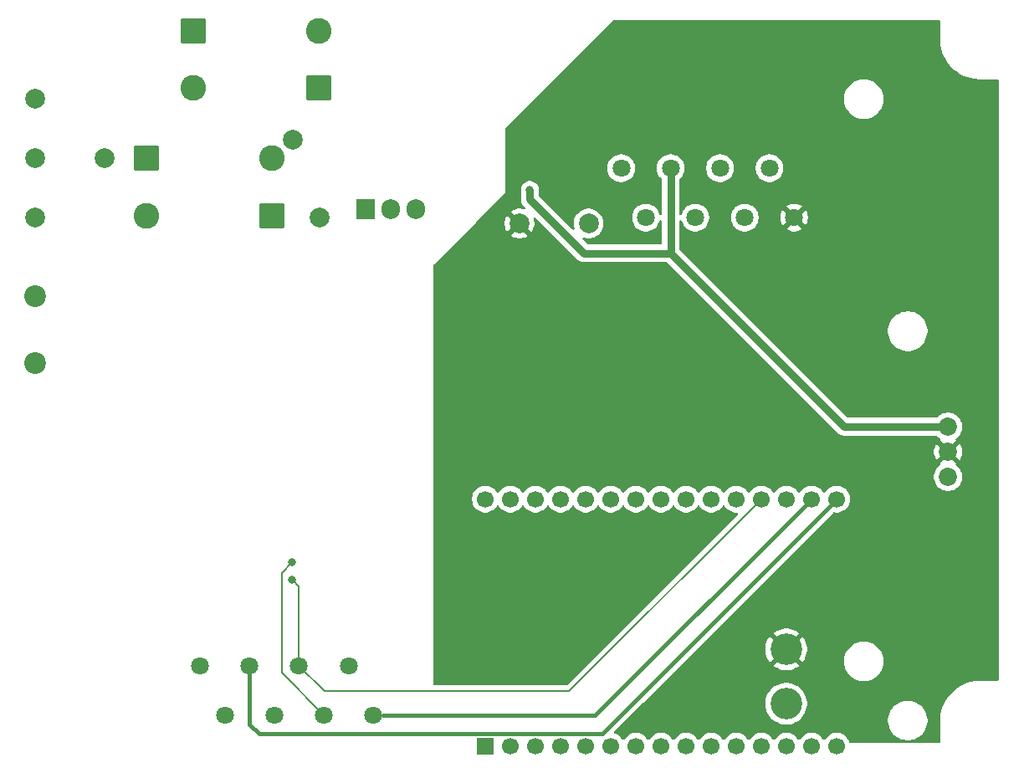
<source format=gbl>
%TF.GenerationSoftware,KiCad,Pcbnew,9.0.0*%
%TF.CreationDate,2025-10-31T12:42:59+01:00*%
%TF.ProjectId,popcorn_roaster,706f7063-6f72-46e5-9f72-6f6173746572,rev?*%
%TF.SameCoordinates,Original*%
%TF.FileFunction,Copper,L2,Bot*%
%TF.FilePolarity,Positive*%
%FSLAX46Y46*%
G04 Gerber Fmt 4.6, Leading zero omitted, Abs format (unit mm)*
G04 Created by KiCad (PCBNEW 9.0.0) date 2025-10-31 12:42:59*
%MOMM*%
%LPD*%
G01*
G04 APERTURE LIST*
G04 Aperture macros list*
%AMRoundRect*
0 Rectangle with rounded corners*
0 $1 Rounding radius*
0 $2 $3 $4 $5 $6 $7 $8 $9 X,Y pos of 4 corners*
0 Add a 4 corners polygon primitive as box body*
4,1,4,$2,$3,$4,$5,$6,$7,$8,$9,$2,$3,0*
0 Add four circle primitives for the rounded corners*
1,1,$1+$1,$2,$3*
1,1,$1+$1,$4,$5*
1,1,$1+$1,$6,$7*
1,1,$1+$1,$8,$9*
0 Add four rect primitives between the rounded corners*
20,1,$1+$1,$2,$3,$4,$5,0*
20,1,$1+$1,$4,$5,$6,$7,0*
20,1,$1+$1,$6,$7,$8,$9,0*
20,1,$1+$1,$8,$9,$2,$3,0*%
G04 Aperture macros list end*
%TA.AperFunction,ComponentPad*%
%ADD10RoundRect,0.250000X1.050000X1.050000X-1.050000X1.050000X-1.050000X-1.050000X1.050000X-1.050000X0*%
%TD*%
%TA.AperFunction,ComponentPad*%
%ADD11C,2.600000*%
%TD*%
%TA.AperFunction,ComponentPad*%
%ADD12C,2.000000*%
%TD*%
%TA.AperFunction,ComponentPad*%
%ADD13RoundRect,0.250000X-1.050000X-1.050000X1.050000X-1.050000X1.050000X1.050000X-1.050000X1.050000X0*%
%TD*%
%TA.AperFunction,ComponentPad*%
%ADD14R,1.905000X2.000000*%
%TD*%
%TA.AperFunction,ComponentPad*%
%ADD15O,1.905000X2.000000*%
%TD*%
%TA.AperFunction,ComponentPad*%
%ADD16C,2.200000*%
%TD*%
%TA.AperFunction,ComponentPad*%
%ADD17C,3.200000*%
%TD*%
%TA.AperFunction,ComponentPad*%
%ADD18C,1.800000*%
%TD*%
%TA.AperFunction,ComponentPad*%
%ADD19C,1.850000*%
%TD*%
%TA.AperFunction,ComponentPad*%
%ADD20R,1.700000X1.700000*%
%TD*%
%TA.AperFunction,ComponentPad*%
%ADD21C,1.700000*%
%TD*%
%TA.AperFunction,ViaPad*%
%ADD22C,0.800000*%
%TD*%
%TA.AperFunction,ViaPad*%
%ADD23C,0.600000*%
%TD*%
%TA.AperFunction,Conductor*%
%ADD24C,0.800000*%
%TD*%
%TA.AperFunction,Conductor*%
%ADD25C,0.400000*%
%TD*%
%TA.AperFunction,Conductor*%
%ADD26C,0.200000*%
%TD*%
G04 APERTURE END LIST*
D10*
%TO.P,D11,1,K*%
%TO.N,Net-(D11-K)*%
X29650000Y-22300000D03*
D11*
%TO.P,D11,2,A*%
%TO.N,/Smart Roaster/heat_white*%
X16950000Y-22300000D03*
%TD*%
D12*
%TO.P,TP1,1,1*%
%TO.N,/Smart Roaster/heat_blue*%
X5700000Y-16500000D03*
%TD*%
D13*
%TO.P,D8,1,K*%
%TO.N,/Smart Roaster/heat_blue*%
X21700000Y-3600000D03*
D11*
%TO.P,D8,2,A*%
%TO.N,Net-(D10-A)*%
X34400000Y-3600000D03*
%TD*%
D14*
%TO.P,D6,1,A1*%
%TO.N,/Smart Roaster/heat_blue*%
X39160000Y-21630000D03*
D15*
%TO.P,D6,2,A2*%
%TO.N,Net-(D6-A2)*%
X41700000Y-21630000D03*
%TO.P,D6,3,G*%
%TO.N,Net-(D6-G)*%
X44240000Y-21630000D03*
%TD*%
D12*
%TO.P,TP5,1,1*%
%TO.N,Net-(D6-A2)*%
X5700000Y-22500000D03*
%TD*%
%TO.P,TP2,1,1*%
%TO.N,/Smart Roaster/N (blue)*%
X5700000Y-10500000D03*
%TD*%
%TO.P,TP4,1,1*%
%TO.N,GND*%
X54700000Y-23100000D03*
%TD*%
D16*
%TO.P,U2,1,AC_L*%
%TO.N,Net-(D6-A2)*%
X5700000Y-30450000D03*
%TO.P,U2,2,AC_N*%
%TO.N,/Smart Roaster/N (blue)*%
X5700000Y-37200000D03*
D17*
%TO.P,U2,3,Vout+*%
%TO.N,+24V*%
X81700000Y-71700000D03*
%TO.P,U2,4,Vout-*%
%TO.N,GND*%
X81700000Y-66200000D03*
%TD*%
D18*
%TO.P,J4,1,Pin_1*%
%TO.N,/Smart Roaster/TC-*%
X65000000Y-17500000D03*
%TO.P,J4,2,Pin_2*%
%TO.N,/Smart Roaster/TC+*%
X67500000Y-22500000D03*
%TO.P,J4,3,Pin_3*%
%TO.N,+3V3*%
X70000000Y-17500000D03*
%TO.P,J4,4,Pin_4*%
%TO.N,/Smart Roaster/POCI*%
X72500000Y-22500000D03*
%TO.P,J4,5,Pin_5*%
%TO.N,/Smart Roaster/nCS*%
X75000000Y-17500000D03*
%TO.P,J4,6,Pin_6*%
%TO.N,/Smart Roaster/SCK*%
X77500000Y-22500000D03*
%TO.P,J4,7,Pin_7*%
%TO.N,/Smart Roaster/HEAT_ON*%
X80000000Y-17500000D03*
%TO.P,J4,8,Pin_8*%
%TO.N,GND*%
X82500000Y-22500000D03*
%TD*%
D12*
%TO.P,TP3,1,1*%
%TO.N,+24V*%
X61700000Y-23100000D03*
%TD*%
D10*
%TO.P,D9,1,K*%
%TO.N,Net-(D11-K)*%
X34400000Y-9400000D03*
D11*
%TO.P,D9,2,A*%
%TO.N,/Smart Roaster/heat_blue*%
X21700000Y-9400000D03*
%TD*%
D18*
%TO.P,J3,1,Pin_1*%
%TO.N,Net-(J3-Pin_1)*%
X22400000Y-67850000D03*
%TO.P,J3,2,Pin_2*%
%TO.N,Net-(J3-Pin_2)*%
X24900000Y-72850000D03*
%TO.P,J3,3,Pin_3*%
%TO.N,+3V3_mc*%
X27400000Y-67850000D03*
%TO.P,J3,4,Pin_4*%
%TO.N,/Smart Roaster/POCI_mc*%
X29900000Y-72850000D03*
%TO.P,J3,5,Pin_5*%
%TO.N,/Smart Roaster/nCS_mc*%
X32400000Y-67850000D03*
%TO.P,J3,6,Pin_6*%
%TO.N,/Smart Roaster/SCK_mc*%
X34900000Y-72850000D03*
%TO.P,J3,7,Pin_7*%
%TO.N,/Smart Roaster/HEAT_ON_mc*%
X37400000Y-67850000D03*
%TO.P,J3,8,Pin_8*%
%TO.N,GND_mc*%
X39900000Y-72850000D03*
%TD*%
D12*
%TO.P,TP8,1,1*%
%TO.N,Net-(D10-A)*%
X31800000Y-14600000D03*
%TD*%
D19*
%TO.P,U1,1,Vin*%
%TO.N,Net-(U1-Vin)*%
X98075000Y-48740000D03*
%TO.P,U1,2,GND*%
%TO.N,GND*%
X98075000Y-46200000D03*
%TO.P,U1,3,Vout*%
%TO.N,+3V3*%
X98075000Y-43660000D03*
%TD*%
D12*
%TO.P,TP6,1,1*%
%TO.N,/Smart Roaster/heat_white*%
X12700000Y-16500000D03*
%TD*%
D20*
%TO.P,U5,1,EN*%
%TO.N,unconnected-(U5-EN-Pad1)*%
X51250000Y-76000000D03*
D21*
%TO.P,U5,2,VP*%
%TO.N,unconnected-(U5-VP-Pad2)*%
X53790000Y-76000000D03*
%TO.P,U5,3,VN*%
%TO.N,unconnected-(U5-VN-Pad3)*%
X56330000Y-76000000D03*
%TO.P,U5,4,D34*%
%TO.N,unconnected-(U5-D34-Pad4)*%
X58870000Y-76000000D03*
%TO.P,U5,5,D35*%
%TO.N,unconnected-(U5-D35-Pad5)*%
X61410000Y-76000000D03*
%TO.P,U5,6,D32*%
%TO.N,unconnected-(U5-D32-Pad6)*%
X63950000Y-76000000D03*
%TO.P,U5,7,D33*%
%TO.N,unconnected-(U5-D33-Pad7)*%
X66490000Y-76000000D03*
%TO.P,U5,8,D25*%
%TO.N,unconnected-(U5-D25-Pad8)*%
X69030000Y-76000000D03*
%TO.P,U5,9,D26*%
%TO.N,unconnected-(U5-D26-Pad9)*%
X71570000Y-76000000D03*
%TO.P,U5,10,D27*%
%TO.N,unconnected-(U5-D27-Pad10)*%
X74110000Y-76000000D03*
%TO.P,U5,11,D14*%
%TO.N,unconnected-(U5-D14-Pad11)*%
X76650000Y-76000000D03*
%TO.P,U5,12,D12*%
%TO.N,unconnected-(U5-D12-Pad12)*%
X79190000Y-76000000D03*
%TO.P,U5,13,D13*%
%TO.N,unconnected-(U5-D13-Pad13)*%
X81730000Y-76000000D03*
%TO.P,U5,14,GND*%
%TO.N,unconnected-(U5-GND-Pad14)*%
X84270000Y-76000000D03*
%TO.P,U5,15,VIN*%
%TO.N,unconnected-(U5-VIN-Pad15)*%
X86810000Y-76000000D03*
%TO.P,U5,16,3V3*%
%TO.N,+3V3_mc*%
X86810000Y-51000000D03*
%TO.P,U5,17,GND*%
%TO.N,GND_mc*%
X84270000Y-51000000D03*
%TO.P,U5,18,D15*%
%TO.N,unconnected-(U5-D15-Pad18)*%
X81730000Y-51000000D03*
%TO.P,U5,19,D2*%
%TO.N,/Smart Roaster/nCS_mc*%
X79190000Y-51000000D03*
%TO.P,U5,20,D4*%
%TO.N,unconnected-(U5-D4-Pad20)*%
X76650000Y-51000000D03*
%TO.P,U5,21,D16*%
%TO.N,unconnected-(U5-D16-Pad21)*%
X74110000Y-51000000D03*
%TO.P,U5,22,D17*%
%TO.N,/Smart Roaster/HEAT_ON_mc*%
X71570000Y-51000000D03*
%TO.P,U5,23,D5*%
%TO.N,unconnected-(U5-D5-Pad23)*%
X69030000Y-51000000D03*
%TO.P,U5,24,D18*%
%TO.N,/Smart Roaster/SCK_mc*%
X66490000Y-51000000D03*
%TO.P,U5,25,D19*%
%TO.N,/Smart Roaster/POCI_mc*%
X63950000Y-51000000D03*
%TO.P,U5,26,D21*%
%TO.N,Net-(J3-Pin_2)*%
X61410000Y-51000000D03*
%TO.P,U5,27,RX0*%
%TO.N,unconnected-(U5-RX0-Pad27)*%
X58870000Y-51000000D03*
%TO.P,U5,28,TX0*%
%TO.N,unconnected-(U5-TX0-Pad28)*%
X56330000Y-51000000D03*
%TO.P,U5,29,D22*%
%TO.N,Net-(J3-Pin_1)*%
X53790000Y-51000000D03*
%TO.P,U5,30,D23*%
%TO.N,unconnected-(U5-D23-Pad30)*%
X51250000Y-51000000D03*
%TD*%
D12*
%TO.P,TP7,1,1*%
%TO.N,Net-(D11-K)*%
X34500000Y-22500000D03*
%TD*%
D13*
%TO.P,D10,1,K*%
%TO.N,/Smart Roaster/heat_white*%
X16950000Y-16500000D03*
D11*
%TO.P,D10,2,A*%
%TO.N,Net-(D10-A)*%
X29650000Y-16500000D03*
%TD*%
D22*
%TO.N,GND*%
X61550000Y-10900000D03*
X94975000Y-56500000D03*
X59250000Y-16400000D03*
X95000000Y-59900000D03*
X95000000Y-52500000D03*
X95000000Y-63900000D03*
D23*
X70300000Y-10200000D03*
X73000000Y-6390000D03*
D22*
%TO.N,+3V3*%
X55750000Y-19700000D03*
%TO.N,/Smart Roaster/SCK_mc*%
X31700000Y-57400000D03*
%TO.N,/Smart Roaster/nCS_mc*%
X31700000Y-59150000D03*
%TD*%
D24*
%TO.N,+3V3*%
X55750000Y-20650000D02*
X55750000Y-19700000D01*
X61200000Y-26100000D02*
X55750000Y-20650000D01*
X70000000Y-26100000D02*
X61200000Y-26100000D01*
X70000000Y-26100000D02*
X70000000Y-17500000D01*
X87560000Y-43660000D02*
X70000000Y-26100000D01*
X98075000Y-43660000D02*
X87560000Y-43660000D01*
D25*
%TO.N,GND_mc*%
X62370000Y-72900000D02*
X40900000Y-72900000D01*
X84270000Y-51000000D02*
X62370000Y-72900000D01*
%TO.N,+3V3_mc*%
X28349000Y-74749000D02*
X27400000Y-73800000D01*
X27400000Y-73800000D02*
X27400000Y-67850000D01*
X63061000Y-74749000D02*
X28349000Y-74749000D01*
X86810000Y-51000000D02*
X63061000Y-74749000D01*
D26*
%TO.N,/Smart Roaster/SCK_mc*%
X30625000Y-68575000D02*
X34900000Y-72850000D01*
X31700000Y-57400000D02*
X30625000Y-58475000D01*
X30625000Y-58475000D02*
X30625000Y-68575000D01*
%TO.N,/Smart Roaster/nCS_mc*%
X32400000Y-59825000D02*
X31725000Y-59150000D01*
X32400000Y-67850000D02*
X32400000Y-59825000D01*
X59740000Y-70450000D02*
X35000000Y-70450000D01*
X35000000Y-70450000D02*
X32400000Y-67850000D01*
X79190000Y-51000000D02*
X59740000Y-70450000D01*
%TD*%
%TA.AperFunction,Conductor*%
%TO.N,GND*%
G36*
X97242539Y-2519685D02*
G01*
X97288294Y-2572489D01*
X97299500Y-2624000D01*
X97299500Y-4684951D01*
X97333629Y-5053276D01*
X97333629Y-5053277D01*
X97401603Y-5416902D01*
X97502831Y-5772679D01*
X97502830Y-5772679D01*
X97590798Y-5999750D01*
X97636458Y-6117612D01*
X97801341Y-6448740D01*
X97996072Y-6763243D01*
X98218992Y-7058436D01*
X98468198Y-7331802D01*
X98741564Y-7581008D01*
X99036757Y-7803928D01*
X99351260Y-7998659D01*
X99682388Y-8163542D01*
X100027318Y-8297168D01*
X100383097Y-8398395D01*
X100383097Y-8398396D01*
X100383099Y-8398396D01*
X100383105Y-8398398D01*
X100746715Y-8466369D01*
X100746720Y-8466369D01*
X100746723Y-8466370D01*
X100924262Y-8482821D01*
X101115046Y-8500500D01*
X101115049Y-8500500D01*
X103076000Y-8500500D01*
X103143039Y-8520185D01*
X103188794Y-8572989D01*
X103200000Y-8624500D01*
X103200000Y-69275500D01*
X103180315Y-69342539D01*
X103127511Y-69388294D01*
X103076000Y-69399500D01*
X101365892Y-69399500D01*
X101300000Y-69399500D01*
X101115046Y-69399500D01*
X101048417Y-69405674D01*
X100746723Y-69433629D01*
X100746722Y-69433629D01*
X100383097Y-69501603D01*
X100383097Y-69501604D01*
X100027320Y-69602831D01*
X99682387Y-69736458D01*
X99351259Y-69901341D01*
X99351251Y-69901346D01*
X99036759Y-70096070D01*
X98741570Y-70318987D01*
X98741561Y-70318994D01*
X98468198Y-70568198D01*
X98218994Y-70841561D01*
X98218987Y-70841570D01*
X97996070Y-71136759D01*
X97801346Y-71451251D01*
X97801341Y-71451259D01*
X97636458Y-71782387D01*
X97502831Y-72127320D01*
X97401604Y-72483097D01*
X97401603Y-72483097D01*
X97333629Y-72846722D01*
X97333629Y-72846723D01*
X97299500Y-73215048D01*
X97299500Y-75576000D01*
X97279815Y-75643039D01*
X97227011Y-75688794D01*
X97175500Y-75700000D01*
X88222614Y-75700000D01*
X88155575Y-75680315D01*
X88109820Y-75627511D01*
X88104687Y-75614330D01*
X88061557Y-75481588D01*
X87965051Y-75292184D01*
X87965049Y-75292181D01*
X87965048Y-75292179D01*
X87840109Y-75120213D01*
X87689786Y-74969890D01*
X87517820Y-74844951D01*
X87328414Y-74748444D01*
X87328413Y-74748443D01*
X87328412Y-74748443D01*
X87126243Y-74682754D01*
X87126241Y-74682753D01*
X87126240Y-74682753D01*
X86964957Y-74657208D01*
X86916287Y-74649500D01*
X86703713Y-74649500D01*
X86655042Y-74657208D01*
X86493760Y-74682753D01*
X86291585Y-74748444D01*
X86102179Y-74844951D01*
X85930213Y-74969890D01*
X85779890Y-75120213D01*
X85654949Y-75292182D01*
X85650484Y-75300946D01*
X85602509Y-75351742D01*
X85534688Y-75368536D01*
X85468553Y-75345998D01*
X85429516Y-75300946D01*
X85425050Y-75292182D01*
X85300109Y-75120213D01*
X85149786Y-74969890D01*
X84977820Y-74844951D01*
X84788414Y-74748444D01*
X84788413Y-74748443D01*
X84788412Y-74748443D01*
X84586243Y-74682754D01*
X84586241Y-74682753D01*
X84586240Y-74682753D01*
X84424957Y-74657208D01*
X84376287Y-74649500D01*
X84163713Y-74649500D01*
X84115042Y-74657208D01*
X83953760Y-74682753D01*
X83751585Y-74748444D01*
X83562179Y-74844951D01*
X83390213Y-74969890D01*
X83239890Y-75120213D01*
X83114949Y-75292182D01*
X83110484Y-75300946D01*
X83062509Y-75351742D01*
X82994688Y-75368536D01*
X82928553Y-75345998D01*
X82889516Y-75300946D01*
X82885050Y-75292182D01*
X82760109Y-75120213D01*
X82609786Y-74969890D01*
X82437820Y-74844951D01*
X82248414Y-74748444D01*
X82248413Y-74748443D01*
X82248412Y-74748443D01*
X82046243Y-74682754D01*
X82046241Y-74682753D01*
X82046240Y-74682753D01*
X81884957Y-74657208D01*
X81836287Y-74649500D01*
X81623713Y-74649500D01*
X81575042Y-74657208D01*
X81413760Y-74682753D01*
X81211585Y-74748444D01*
X81022179Y-74844951D01*
X80850213Y-74969890D01*
X80699890Y-75120213D01*
X80574949Y-75292182D01*
X80570484Y-75300946D01*
X80522509Y-75351742D01*
X80454688Y-75368536D01*
X80388553Y-75345998D01*
X80349516Y-75300946D01*
X80345050Y-75292182D01*
X80220109Y-75120213D01*
X80069786Y-74969890D01*
X79897820Y-74844951D01*
X79708414Y-74748444D01*
X79708413Y-74748443D01*
X79708412Y-74748443D01*
X79506243Y-74682754D01*
X79506241Y-74682753D01*
X79506240Y-74682753D01*
X79344957Y-74657208D01*
X79296287Y-74649500D01*
X79083713Y-74649500D01*
X79035042Y-74657208D01*
X78873760Y-74682753D01*
X78671585Y-74748444D01*
X78482179Y-74844951D01*
X78310213Y-74969890D01*
X78159890Y-75120213D01*
X78034949Y-75292182D01*
X78030484Y-75300946D01*
X77982509Y-75351742D01*
X77914688Y-75368536D01*
X77848553Y-75345998D01*
X77809516Y-75300946D01*
X77805050Y-75292182D01*
X77680109Y-75120213D01*
X77529786Y-74969890D01*
X77357820Y-74844951D01*
X77168414Y-74748444D01*
X77168413Y-74748443D01*
X77168412Y-74748443D01*
X76966243Y-74682754D01*
X76966241Y-74682753D01*
X76966240Y-74682753D01*
X76804957Y-74657208D01*
X76756287Y-74649500D01*
X76543713Y-74649500D01*
X76495042Y-74657208D01*
X76333760Y-74682753D01*
X76131585Y-74748444D01*
X75942179Y-74844951D01*
X75770213Y-74969890D01*
X75619890Y-75120213D01*
X75494949Y-75292182D01*
X75490484Y-75300946D01*
X75442509Y-75351742D01*
X75374688Y-75368536D01*
X75308553Y-75345998D01*
X75269516Y-75300946D01*
X75265050Y-75292182D01*
X75140109Y-75120213D01*
X74989786Y-74969890D01*
X74817820Y-74844951D01*
X74628414Y-74748444D01*
X74628413Y-74748443D01*
X74628412Y-74748443D01*
X74426243Y-74682754D01*
X74426241Y-74682753D01*
X74426240Y-74682753D01*
X74264957Y-74657208D01*
X74216287Y-74649500D01*
X74003713Y-74649500D01*
X73955042Y-74657208D01*
X73793760Y-74682753D01*
X73591585Y-74748444D01*
X73402179Y-74844951D01*
X73230213Y-74969890D01*
X73079890Y-75120213D01*
X72954949Y-75292182D01*
X72950484Y-75300946D01*
X72902509Y-75351742D01*
X72834688Y-75368536D01*
X72768553Y-75345998D01*
X72729516Y-75300946D01*
X72725050Y-75292182D01*
X72600109Y-75120213D01*
X72449786Y-74969890D01*
X72277820Y-74844951D01*
X72088414Y-74748444D01*
X72088413Y-74748443D01*
X72088412Y-74748443D01*
X71886243Y-74682754D01*
X71886241Y-74682753D01*
X71886240Y-74682753D01*
X71724957Y-74657208D01*
X71676287Y-74649500D01*
X71463713Y-74649500D01*
X71415042Y-74657208D01*
X71253760Y-74682753D01*
X71051585Y-74748444D01*
X70862179Y-74844951D01*
X70690213Y-74969890D01*
X70539890Y-75120213D01*
X70414949Y-75292182D01*
X70410484Y-75300946D01*
X70362509Y-75351742D01*
X70294688Y-75368536D01*
X70228553Y-75345998D01*
X70189516Y-75300946D01*
X70185050Y-75292182D01*
X70060109Y-75120213D01*
X69909786Y-74969890D01*
X69737820Y-74844951D01*
X69548414Y-74748444D01*
X69548413Y-74748443D01*
X69548412Y-74748443D01*
X69346243Y-74682754D01*
X69346241Y-74682753D01*
X69346240Y-74682753D01*
X69184957Y-74657208D01*
X69136287Y-74649500D01*
X68923713Y-74649500D01*
X68875042Y-74657208D01*
X68713760Y-74682753D01*
X68511585Y-74748444D01*
X68322179Y-74844951D01*
X68150213Y-74969890D01*
X67999890Y-75120213D01*
X67874949Y-75292182D01*
X67870484Y-75300946D01*
X67822509Y-75351742D01*
X67754688Y-75368536D01*
X67688553Y-75345998D01*
X67649516Y-75300946D01*
X67645050Y-75292182D01*
X67520109Y-75120213D01*
X67369786Y-74969890D01*
X67197820Y-74844951D01*
X67008414Y-74748444D01*
X67008413Y-74748443D01*
X67008412Y-74748443D01*
X66806243Y-74682754D01*
X66806241Y-74682753D01*
X66806240Y-74682753D01*
X66644957Y-74657208D01*
X66596287Y-74649500D01*
X66383713Y-74649500D01*
X66335042Y-74657208D01*
X66173760Y-74682753D01*
X65971585Y-74748444D01*
X65782179Y-74844951D01*
X65610213Y-74969890D01*
X65459890Y-75120213D01*
X65334949Y-75292182D01*
X65330484Y-75300946D01*
X65282509Y-75351742D01*
X65214688Y-75368536D01*
X65148553Y-75345998D01*
X65109516Y-75300946D01*
X65105050Y-75292182D01*
X64980109Y-75120213D01*
X64829786Y-74969890D01*
X64657820Y-74844951D01*
X64468416Y-74748444D01*
X64346725Y-74708904D01*
X64289050Y-74669466D01*
X64261852Y-74605107D01*
X64273767Y-74536261D01*
X64297360Y-74503295D01*
X67238323Y-71562332D01*
X79599500Y-71562332D01*
X79599500Y-71837667D01*
X79599501Y-71837684D01*
X79635438Y-72110655D01*
X79635439Y-72110660D01*
X79635440Y-72110666D01*
X79654016Y-72179993D01*
X79706704Y-72376630D01*
X79812075Y-72631017D01*
X79812080Y-72631028D01*
X79849403Y-72695672D01*
X79949751Y-72869479D01*
X79949753Y-72869482D01*
X79949754Y-72869483D01*
X80117370Y-73087926D01*
X80117376Y-73087933D01*
X80312066Y-73282623D01*
X80312072Y-73282628D01*
X80530521Y-73450249D01*
X80670606Y-73531127D01*
X80768971Y-73587919D01*
X80768976Y-73587921D01*
X80768979Y-73587923D01*
X81023368Y-73693295D01*
X81289334Y-73764560D01*
X81562326Y-73800500D01*
X81562333Y-73800500D01*
X81837667Y-73800500D01*
X81837674Y-73800500D01*
X82110666Y-73764560D01*
X82376632Y-73693295D01*
X82631021Y-73587923D01*
X82869479Y-73450249D01*
X83087928Y-73282628D01*
X83101684Y-73268872D01*
X91999500Y-73268872D01*
X91999500Y-73531127D01*
X92019254Y-73681166D01*
X92033730Y-73791116D01*
X92092964Y-74012181D01*
X92101602Y-74044418D01*
X92101605Y-74044428D01*
X92201953Y-74286690D01*
X92201958Y-74286700D01*
X92333075Y-74513803D01*
X92492718Y-74721851D01*
X92492726Y-74721860D01*
X92678140Y-74907274D01*
X92678148Y-74907281D01*
X92886196Y-75066924D01*
X93113299Y-75198041D01*
X93113309Y-75198046D01*
X93340567Y-75292179D01*
X93355581Y-75298398D01*
X93608884Y-75366270D01*
X93868880Y-75400500D01*
X93868887Y-75400500D01*
X94131113Y-75400500D01*
X94131120Y-75400500D01*
X94391116Y-75366270D01*
X94644419Y-75298398D01*
X94886697Y-75198043D01*
X95113803Y-75066924D01*
X95321851Y-74907282D01*
X95321855Y-74907277D01*
X95321860Y-74907274D01*
X95507274Y-74721860D01*
X95507277Y-74721855D01*
X95507282Y-74721851D01*
X95666924Y-74513803D01*
X95798043Y-74286697D01*
X95898398Y-74044419D01*
X95966270Y-73791116D01*
X96000500Y-73531120D01*
X96000500Y-73268880D01*
X95966270Y-73008884D01*
X95898398Y-72755581D01*
X95873583Y-72695672D01*
X95798046Y-72513309D01*
X95798041Y-72513299D01*
X95666924Y-72286196D01*
X95507281Y-72078148D01*
X95507274Y-72078140D01*
X95321860Y-71892726D01*
X95321851Y-71892718D01*
X95113803Y-71733075D01*
X94886700Y-71601958D01*
X94886690Y-71601953D01*
X94644428Y-71501605D01*
X94644421Y-71501603D01*
X94644419Y-71501602D01*
X94391116Y-71433730D01*
X94333339Y-71426123D01*
X94131127Y-71399500D01*
X94131120Y-71399500D01*
X93868880Y-71399500D01*
X93868872Y-71399500D01*
X93637772Y-71429926D01*
X93608884Y-71433730D01*
X93355581Y-71501602D01*
X93355571Y-71501605D01*
X93113309Y-71601953D01*
X93113299Y-71601958D01*
X92886196Y-71733075D01*
X92678148Y-71892718D01*
X92492718Y-72078148D01*
X92333075Y-72286196D01*
X92201958Y-72513299D01*
X92201953Y-72513309D01*
X92101605Y-72755571D01*
X92101602Y-72755581D01*
X92033730Y-73008885D01*
X91999500Y-73268872D01*
X83101684Y-73268872D01*
X83138745Y-73231811D01*
X83193417Y-73177140D01*
X83282623Y-73087933D01*
X83282628Y-73087928D01*
X83450249Y-72869479D01*
X83587923Y-72631021D01*
X83693295Y-72376632D01*
X83764560Y-72110666D01*
X83800500Y-71837674D01*
X83800500Y-71562326D01*
X83764560Y-71289334D01*
X83693295Y-71023368D01*
X83587923Y-70768979D01*
X83587921Y-70768976D01*
X83587919Y-70768971D01*
X83524900Y-70659820D01*
X83450249Y-70530521D01*
X83324309Y-70366392D01*
X83282629Y-70312073D01*
X83282623Y-70312066D01*
X83087933Y-70117376D01*
X83087926Y-70117370D01*
X82869483Y-69949754D01*
X82869482Y-69949753D01*
X82869479Y-69949751D01*
X82766720Y-69890423D01*
X82631028Y-69812080D01*
X82631017Y-69812075D01*
X82376630Y-69706704D01*
X82243649Y-69671072D01*
X82110666Y-69635440D01*
X82110660Y-69635439D01*
X82110655Y-69635438D01*
X81837684Y-69599501D01*
X81837679Y-69599500D01*
X81837674Y-69599500D01*
X81562326Y-69599500D01*
X81562320Y-69599500D01*
X81562315Y-69599501D01*
X81289344Y-69635438D01*
X81289337Y-69635439D01*
X81289334Y-69635440D01*
X81233125Y-69650500D01*
X81023369Y-69706704D01*
X80768982Y-69812075D01*
X80768971Y-69812080D01*
X80530516Y-69949754D01*
X80312073Y-70117370D01*
X80312066Y-70117376D01*
X80117376Y-70312066D01*
X80117370Y-70312073D01*
X79949754Y-70530516D01*
X79812080Y-70768971D01*
X79812075Y-70768982D01*
X79706704Y-71023369D01*
X79635441Y-71289331D01*
X79635438Y-71289344D01*
X79599501Y-71562315D01*
X79599500Y-71562332D01*
X67238323Y-71562332D01*
X72738297Y-66062358D01*
X79600000Y-66062358D01*
X79600000Y-66337641D01*
X79635930Y-66610565D01*
X79707180Y-66876471D01*
X79812520Y-67130787D01*
X79812527Y-67130802D01*
X79950163Y-67369196D01*
X80048758Y-67497686D01*
X80763708Y-66782736D01*
X80860967Y-66916602D01*
X80983398Y-67039033D01*
X81117262Y-67136290D01*
X80402312Y-67851240D01*
X80530804Y-67949836D01*
X80769197Y-68087472D01*
X80769212Y-68087479D01*
X81023528Y-68192819D01*
X81289434Y-68264069D01*
X81562358Y-68300000D01*
X81837642Y-68300000D01*
X82110565Y-68264069D01*
X82376471Y-68192819D01*
X82630787Y-68087479D01*
X82630802Y-68087472D01*
X82869194Y-67949836D01*
X82869211Y-67949825D01*
X82997686Y-67851241D01*
X82997686Y-67851239D01*
X82282737Y-67136290D01*
X82416602Y-67039033D01*
X82539033Y-66916602D01*
X82636290Y-66782737D01*
X83351239Y-67497686D01*
X83351241Y-67497686D01*
X83449825Y-67369211D01*
X83449836Y-67369194D01*
X83507757Y-67268872D01*
X87549500Y-67268872D01*
X87549500Y-67531127D01*
X87576123Y-67733339D01*
X87583730Y-67791116D01*
X87626256Y-67949825D01*
X87651602Y-68044418D01*
X87651605Y-68044428D01*
X87751953Y-68286690D01*
X87751958Y-68286700D01*
X87883075Y-68513803D01*
X88042718Y-68721851D01*
X88042726Y-68721860D01*
X88228140Y-68907274D01*
X88228148Y-68907281D01*
X88436196Y-69066924D01*
X88663299Y-69198041D01*
X88663309Y-69198046D01*
X88850300Y-69275500D01*
X88905581Y-69298398D01*
X89158884Y-69366270D01*
X89418880Y-69400500D01*
X89418887Y-69400500D01*
X89681113Y-69400500D01*
X89681120Y-69400500D01*
X89941116Y-69366270D01*
X90194419Y-69298398D01*
X90436697Y-69198043D01*
X90663803Y-69066924D01*
X90871851Y-68907282D01*
X90871855Y-68907277D01*
X90871860Y-68907274D01*
X91057274Y-68721860D01*
X91057277Y-68721855D01*
X91057282Y-68721851D01*
X91216924Y-68513803D01*
X91348043Y-68286697D01*
X91448398Y-68044419D01*
X91516270Y-67791116D01*
X91550500Y-67531120D01*
X91550500Y-67268880D01*
X91516270Y-67008884D01*
X91448398Y-66755581D01*
X91393172Y-66622253D01*
X91348046Y-66513309D01*
X91348041Y-66513299D01*
X91216924Y-66286196D01*
X91057281Y-66078148D01*
X91057274Y-66078140D01*
X90871860Y-65892726D01*
X90871851Y-65892718D01*
X90663803Y-65733075D01*
X90436700Y-65601958D01*
X90436690Y-65601953D01*
X90194428Y-65501605D01*
X90194421Y-65501603D01*
X90194419Y-65501602D01*
X89941116Y-65433730D01*
X89883339Y-65426123D01*
X89681127Y-65399500D01*
X89681120Y-65399500D01*
X89418880Y-65399500D01*
X89418872Y-65399500D01*
X89187772Y-65429926D01*
X89158884Y-65433730D01*
X88973520Y-65483398D01*
X88905581Y-65501602D01*
X88905571Y-65501605D01*
X88663309Y-65601953D01*
X88663299Y-65601958D01*
X88436196Y-65733075D01*
X88228148Y-65892718D01*
X88042718Y-66078148D01*
X87883075Y-66286196D01*
X87751958Y-66513299D01*
X87751953Y-66513309D01*
X87651605Y-66755571D01*
X87651602Y-66755581D01*
X87583730Y-67008885D01*
X87549500Y-67268872D01*
X83507757Y-67268872D01*
X83545892Y-67202821D01*
X83587472Y-67130801D01*
X83587479Y-67130787D01*
X83692819Y-66876471D01*
X83764069Y-66610565D01*
X83800000Y-66337641D01*
X83800000Y-66062358D01*
X83764069Y-65789434D01*
X83692819Y-65523528D01*
X83587479Y-65269212D01*
X83587472Y-65269197D01*
X83449836Y-65030804D01*
X83351240Y-64902312D01*
X82636290Y-65617262D01*
X82539033Y-65483398D01*
X82416602Y-65360967D01*
X82282736Y-65263708D01*
X82997686Y-64548758D01*
X82869196Y-64450163D01*
X82630802Y-64312527D01*
X82630787Y-64312520D01*
X82376471Y-64207180D01*
X82110565Y-64135930D01*
X81837642Y-64100000D01*
X81562358Y-64100000D01*
X81289434Y-64135930D01*
X81023528Y-64207180D01*
X80769212Y-64312520D01*
X80769197Y-64312527D01*
X80530799Y-64450166D01*
X80402312Y-64548757D01*
X80402312Y-64548758D01*
X81117263Y-65263709D01*
X80983398Y-65360967D01*
X80860967Y-65483398D01*
X80763709Y-65617263D01*
X80048758Y-64902312D01*
X80048757Y-64902312D01*
X79950166Y-65030799D01*
X79812527Y-65269197D01*
X79812520Y-65269212D01*
X79707180Y-65523528D01*
X79635930Y-65789434D01*
X79600000Y-66062358D01*
X72738297Y-66062358D01*
X86440150Y-52360505D01*
X86501471Y-52327022D01*
X86547227Y-52325715D01*
X86615868Y-52336586D01*
X86703713Y-52350500D01*
X86703714Y-52350500D01*
X86916286Y-52350500D01*
X86916287Y-52350500D01*
X87126243Y-52317246D01*
X87328412Y-52251557D01*
X87517816Y-52155051D01*
X87539789Y-52139086D01*
X87689786Y-52030109D01*
X87689788Y-52030106D01*
X87689792Y-52030104D01*
X87840104Y-51879792D01*
X87840106Y-51879788D01*
X87840109Y-51879786D01*
X87965048Y-51707820D01*
X87965047Y-51707820D01*
X87965051Y-51707816D01*
X88061557Y-51518412D01*
X88127246Y-51316243D01*
X88160500Y-51106287D01*
X88160500Y-50893713D01*
X88127246Y-50683757D01*
X88061557Y-50481588D01*
X87965051Y-50292184D01*
X87965049Y-50292181D01*
X87965048Y-50292179D01*
X87840109Y-50120213D01*
X87689786Y-49969890D01*
X87517820Y-49844951D01*
X87328414Y-49748444D01*
X87328413Y-49748443D01*
X87328412Y-49748443D01*
X87126243Y-49682754D01*
X87126241Y-49682753D01*
X87126240Y-49682753D01*
X86964957Y-49657208D01*
X86916287Y-49649500D01*
X86703713Y-49649500D01*
X86655042Y-49657208D01*
X86493760Y-49682753D01*
X86291585Y-49748444D01*
X86102179Y-49844951D01*
X85930213Y-49969890D01*
X85779890Y-50120213D01*
X85654949Y-50292182D01*
X85650484Y-50300946D01*
X85602509Y-50351742D01*
X85534688Y-50368536D01*
X85468553Y-50345998D01*
X85429516Y-50300946D01*
X85425050Y-50292182D01*
X85300109Y-50120213D01*
X85149786Y-49969890D01*
X84977820Y-49844951D01*
X84788414Y-49748444D01*
X84788413Y-49748443D01*
X84788412Y-49748443D01*
X84586243Y-49682754D01*
X84586241Y-49682753D01*
X84586240Y-49682753D01*
X84424957Y-49657208D01*
X84376287Y-49649500D01*
X84163713Y-49649500D01*
X84115042Y-49657208D01*
X83953760Y-49682753D01*
X83751585Y-49748444D01*
X83562179Y-49844951D01*
X83390213Y-49969890D01*
X83239890Y-50120213D01*
X83114949Y-50292182D01*
X83110484Y-50300946D01*
X83062509Y-50351742D01*
X82994688Y-50368536D01*
X82928553Y-50345998D01*
X82889516Y-50300946D01*
X82885050Y-50292182D01*
X82760109Y-50120213D01*
X82609786Y-49969890D01*
X82437820Y-49844951D01*
X82248414Y-49748444D01*
X82248413Y-49748443D01*
X82248412Y-49748443D01*
X82046243Y-49682754D01*
X82046241Y-49682753D01*
X82046240Y-49682753D01*
X81884957Y-49657208D01*
X81836287Y-49649500D01*
X81623713Y-49649500D01*
X81575042Y-49657208D01*
X81413760Y-49682753D01*
X81211585Y-49748444D01*
X81022179Y-49844951D01*
X80850213Y-49969890D01*
X80699890Y-50120213D01*
X80574949Y-50292182D01*
X80570484Y-50300946D01*
X80522509Y-50351742D01*
X80454688Y-50368536D01*
X80388553Y-50345998D01*
X80349516Y-50300946D01*
X80345050Y-50292182D01*
X80220109Y-50120213D01*
X80069786Y-49969890D01*
X79897820Y-49844951D01*
X79708414Y-49748444D01*
X79708413Y-49748443D01*
X79708412Y-49748443D01*
X79506243Y-49682754D01*
X79506241Y-49682753D01*
X79506240Y-49682753D01*
X79344957Y-49657208D01*
X79296287Y-49649500D01*
X79083713Y-49649500D01*
X79035042Y-49657208D01*
X78873760Y-49682753D01*
X78671585Y-49748444D01*
X78482179Y-49844951D01*
X78310213Y-49969890D01*
X78159890Y-50120213D01*
X78034949Y-50292182D01*
X78030484Y-50300946D01*
X77982509Y-50351742D01*
X77914688Y-50368536D01*
X77848553Y-50345998D01*
X77809516Y-50300946D01*
X77805050Y-50292182D01*
X77680109Y-50120213D01*
X77529786Y-49969890D01*
X77357820Y-49844951D01*
X77168414Y-49748444D01*
X77168413Y-49748443D01*
X77168412Y-49748443D01*
X76966243Y-49682754D01*
X76966241Y-49682753D01*
X76966240Y-49682753D01*
X76804957Y-49657208D01*
X76756287Y-49649500D01*
X76543713Y-49649500D01*
X76495042Y-49657208D01*
X76333760Y-49682753D01*
X76131585Y-49748444D01*
X75942179Y-49844951D01*
X75770213Y-49969890D01*
X75619890Y-50120213D01*
X75494949Y-50292182D01*
X75490484Y-50300946D01*
X75442509Y-50351742D01*
X75374688Y-50368536D01*
X75308553Y-50345998D01*
X75269516Y-50300946D01*
X75265050Y-50292182D01*
X75140109Y-50120213D01*
X74989786Y-49969890D01*
X74817820Y-49844951D01*
X74628414Y-49748444D01*
X74628413Y-49748443D01*
X74628412Y-49748443D01*
X74426243Y-49682754D01*
X74426241Y-49682753D01*
X74426240Y-49682753D01*
X74264957Y-49657208D01*
X74216287Y-49649500D01*
X74003713Y-49649500D01*
X73955042Y-49657208D01*
X73793760Y-49682753D01*
X73591585Y-49748444D01*
X73402179Y-49844951D01*
X73230213Y-49969890D01*
X73079890Y-50120213D01*
X72954949Y-50292182D01*
X72950484Y-50300946D01*
X72902509Y-50351742D01*
X72834688Y-50368536D01*
X72768553Y-50345998D01*
X72729516Y-50300946D01*
X72725050Y-50292182D01*
X72600109Y-50120213D01*
X72449786Y-49969890D01*
X72277820Y-49844951D01*
X72088414Y-49748444D01*
X72088413Y-49748443D01*
X72088412Y-49748443D01*
X71886243Y-49682754D01*
X71886241Y-49682753D01*
X71886240Y-49682753D01*
X71724957Y-49657208D01*
X71676287Y-49649500D01*
X71463713Y-49649500D01*
X71415042Y-49657208D01*
X71253760Y-49682753D01*
X71051585Y-49748444D01*
X70862179Y-49844951D01*
X70690213Y-49969890D01*
X70539890Y-50120213D01*
X70414949Y-50292182D01*
X70410484Y-50300946D01*
X70362509Y-50351742D01*
X70294688Y-50368536D01*
X70228553Y-50345998D01*
X70189516Y-50300946D01*
X70185050Y-50292182D01*
X70060109Y-50120213D01*
X69909786Y-49969890D01*
X69737820Y-49844951D01*
X69548414Y-49748444D01*
X69548413Y-49748443D01*
X69548412Y-49748443D01*
X69346243Y-49682754D01*
X69346241Y-49682753D01*
X69346240Y-49682753D01*
X69184957Y-49657208D01*
X69136287Y-49649500D01*
X68923713Y-49649500D01*
X68875042Y-49657208D01*
X68713760Y-49682753D01*
X68511585Y-49748444D01*
X68322179Y-49844951D01*
X68150213Y-49969890D01*
X67999890Y-50120213D01*
X67874949Y-50292182D01*
X67870484Y-50300946D01*
X67822509Y-50351742D01*
X67754688Y-50368536D01*
X67688553Y-50345998D01*
X67649516Y-50300946D01*
X67645050Y-50292182D01*
X67520109Y-50120213D01*
X67369786Y-49969890D01*
X67197820Y-49844951D01*
X67008414Y-49748444D01*
X67008413Y-49748443D01*
X67008412Y-49748443D01*
X66806243Y-49682754D01*
X66806241Y-49682753D01*
X66806240Y-49682753D01*
X66644957Y-49657208D01*
X66596287Y-49649500D01*
X66383713Y-49649500D01*
X66335042Y-49657208D01*
X66173760Y-49682753D01*
X65971585Y-49748444D01*
X65782179Y-49844951D01*
X65610213Y-49969890D01*
X65459890Y-50120213D01*
X65334949Y-50292182D01*
X65330484Y-50300946D01*
X65282509Y-50351742D01*
X65214688Y-50368536D01*
X65148553Y-50345998D01*
X65109516Y-50300946D01*
X65105050Y-50292182D01*
X64980109Y-50120213D01*
X64829786Y-49969890D01*
X64657820Y-49844951D01*
X64468414Y-49748444D01*
X64468413Y-49748443D01*
X64468412Y-49748443D01*
X64266243Y-49682754D01*
X64266241Y-49682753D01*
X64266240Y-49682753D01*
X64104957Y-49657208D01*
X64056287Y-49649500D01*
X63843713Y-49649500D01*
X63795042Y-49657208D01*
X63633760Y-49682753D01*
X63431585Y-49748444D01*
X63242179Y-49844951D01*
X63070213Y-49969890D01*
X62919890Y-50120213D01*
X62794949Y-50292182D01*
X62790484Y-50300946D01*
X62742509Y-50351742D01*
X62674688Y-50368536D01*
X62608553Y-50345998D01*
X62569516Y-50300946D01*
X62565050Y-50292182D01*
X62440109Y-50120213D01*
X62289786Y-49969890D01*
X62117820Y-49844951D01*
X61928414Y-49748444D01*
X61928413Y-49748443D01*
X61928412Y-49748443D01*
X61726243Y-49682754D01*
X61726241Y-49682753D01*
X61726240Y-49682753D01*
X61564957Y-49657208D01*
X61516287Y-49649500D01*
X61303713Y-49649500D01*
X61255042Y-49657208D01*
X61093760Y-49682753D01*
X60891585Y-49748444D01*
X60702179Y-49844951D01*
X60530213Y-49969890D01*
X60379890Y-50120213D01*
X60254949Y-50292182D01*
X60250484Y-50300946D01*
X60202509Y-50351742D01*
X60134688Y-50368536D01*
X60068553Y-50345998D01*
X60029516Y-50300946D01*
X60025050Y-50292182D01*
X59900109Y-50120213D01*
X59749786Y-49969890D01*
X59577820Y-49844951D01*
X59388414Y-49748444D01*
X59388413Y-49748443D01*
X59388412Y-49748443D01*
X59186243Y-49682754D01*
X59186241Y-49682753D01*
X59186240Y-49682753D01*
X59024957Y-49657208D01*
X58976287Y-49649500D01*
X58763713Y-49649500D01*
X58715042Y-49657208D01*
X58553760Y-49682753D01*
X58351585Y-49748444D01*
X58162179Y-49844951D01*
X57990213Y-49969890D01*
X57839890Y-50120213D01*
X57714949Y-50292182D01*
X57710484Y-50300946D01*
X57662509Y-50351742D01*
X57594688Y-50368536D01*
X57528553Y-50345998D01*
X57489516Y-50300946D01*
X57485050Y-50292182D01*
X57360109Y-50120213D01*
X57209786Y-49969890D01*
X57037820Y-49844951D01*
X56848414Y-49748444D01*
X56848413Y-49748443D01*
X56848412Y-49748443D01*
X56646243Y-49682754D01*
X56646241Y-49682753D01*
X56646240Y-49682753D01*
X56484957Y-49657208D01*
X56436287Y-49649500D01*
X56223713Y-49649500D01*
X56175042Y-49657208D01*
X56013760Y-49682753D01*
X55811585Y-49748444D01*
X55622179Y-49844951D01*
X55450213Y-49969890D01*
X55299890Y-50120213D01*
X55174949Y-50292182D01*
X55170484Y-50300946D01*
X55122509Y-50351742D01*
X55054688Y-50368536D01*
X54988553Y-50345998D01*
X54949516Y-50300946D01*
X54945050Y-50292182D01*
X54820109Y-50120213D01*
X54669786Y-49969890D01*
X54497820Y-49844951D01*
X54308414Y-49748444D01*
X54308413Y-49748443D01*
X54308412Y-49748443D01*
X54106243Y-49682754D01*
X54106241Y-49682753D01*
X54106240Y-49682753D01*
X53944957Y-49657208D01*
X53896287Y-49649500D01*
X53683713Y-49649500D01*
X53635042Y-49657208D01*
X53473760Y-49682753D01*
X53271585Y-49748444D01*
X53082179Y-49844951D01*
X52910213Y-49969890D01*
X52759890Y-50120213D01*
X52634949Y-50292182D01*
X52630484Y-50300946D01*
X52582509Y-50351742D01*
X52514688Y-50368536D01*
X52448553Y-50345998D01*
X52409516Y-50300946D01*
X52405050Y-50292182D01*
X52280109Y-50120213D01*
X52129786Y-49969890D01*
X51957820Y-49844951D01*
X51768414Y-49748444D01*
X51768413Y-49748443D01*
X51768412Y-49748443D01*
X51566243Y-49682754D01*
X51566241Y-49682753D01*
X51566240Y-49682753D01*
X51404957Y-49657208D01*
X51356287Y-49649500D01*
X51143713Y-49649500D01*
X51095042Y-49657208D01*
X50933760Y-49682753D01*
X50731585Y-49748444D01*
X50542179Y-49844951D01*
X50370213Y-49969890D01*
X50219890Y-50120213D01*
X50094951Y-50292179D01*
X49998444Y-50481585D01*
X49932753Y-50683760D01*
X49899500Y-50893713D01*
X49899500Y-51106286D01*
X49932753Y-51316239D01*
X49998444Y-51518414D01*
X50094951Y-51707820D01*
X50219890Y-51879786D01*
X50370213Y-52030109D01*
X50542179Y-52155048D01*
X50542181Y-52155049D01*
X50542184Y-52155051D01*
X50731588Y-52251557D01*
X50933757Y-52317246D01*
X51143713Y-52350500D01*
X51143714Y-52350500D01*
X51356286Y-52350500D01*
X51356287Y-52350500D01*
X51566243Y-52317246D01*
X51768412Y-52251557D01*
X51957816Y-52155051D01*
X51979789Y-52139086D01*
X52129786Y-52030109D01*
X52129788Y-52030106D01*
X52129792Y-52030104D01*
X52280104Y-51879792D01*
X52280106Y-51879788D01*
X52280109Y-51879786D01*
X52405048Y-51707820D01*
X52405047Y-51707820D01*
X52405051Y-51707816D01*
X52409514Y-51699054D01*
X52457488Y-51648259D01*
X52525308Y-51631463D01*
X52591444Y-51653999D01*
X52630486Y-51699056D01*
X52634951Y-51707820D01*
X52759890Y-51879786D01*
X52910213Y-52030109D01*
X53082179Y-52155048D01*
X53082181Y-52155049D01*
X53082184Y-52155051D01*
X53271588Y-52251557D01*
X53473757Y-52317246D01*
X53683713Y-52350500D01*
X53683714Y-52350500D01*
X53896286Y-52350500D01*
X53896287Y-52350500D01*
X54106243Y-52317246D01*
X54308412Y-52251557D01*
X54497816Y-52155051D01*
X54519789Y-52139086D01*
X54669786Y-52030109D01*
X54669788Y-52030106D01*
X54669792Y-52030104D01*
X54820104Y-51879792D01*
X54820106Y-51879788D01*
X54820109Y-51879786D01*
X54945048Y-51707820D01*
X54945047Y-51707820D01*
X54945051Y-51707816D01*
X54949514Y-51699054D01*
X54997488Y-51648259D01*
X55065308Y-51631463D01*
X55131444Y-51653999D01*
X55170486Y-51699056D01*
X55174951Y-51707820D01*
X55299890Y-51879786D01*
X55450213Y-52030109D01*
X55622179Y-52155048D01*
X55622181Y-52155049D01*
X55622184Y-52155051D01*
X55811588Y-52251557D01*
X56013757Y-52317246D01*
X56223713Y-52350500D01*
X56223714Y-52350500D01*
X56436286Y-52350500D01*
X56436287Y-52350500D01*
X56646243Y-52317246D01*
X56848412Y-52251557D01*
X57037816Y-52155051D01*
X57059789Y-52139086D01*
X57209786Y-52030109D01*
X57209788Y-52030106D01*
X57209792Y-52030104D01*
X57360104Y-51879792D01*
X57360106Y-51879788D01*
X57360109Y-51879786D01*
X57485048Y-51707820D01*
X57485047Y-51707820D01*
X57485051Y-51707816D01*
X57489514Y-51699054D01*
X57537488Y-51648259D01*
X57605308Y-51631463D01*
X57671444Y-51653999D01*
X57710486Y-51699056D01*
X57714951Y-51707820D01*
X57839890Y-51879786D01*
X57990213Y-52030109D01*
X58162179Y-52155048D01*
X58162181Y-52155049D01*
X58162184Y-52155051D01*
X58351588Y-52251557D01*
X58553757Y-52317246D01*
X58763713Y-52350500D01*
X58763714Y-52350500D01*
X58976286Y-52350500D01*
X58976287Y-52350500D01*
X59186243Y-52317246D01*
X59388412Y-52251557D01*
X59577816Y-52155051D01*
X59599789Y-52139086D01*
X59749786Y-52030109D01*
X59749788Y-52030106D01*
X59749792Y-52030104D01*
X59900104Y-51879792D01*
X59900106Y-51879788D01*
X59900109Y-51879786D01*
X60025048Y-51707820D01*
X60025047Y-51707820D01*
X60025051Y-51707816D01*
X60029514Y-51699054D01*
X60077488Y-51648259D01*
X60145308Y-51631463D01*
X60211444Y-51653999D01*
X60250486Y-51699056D01*
X60254951Y-51707820D01*
X60379890Y-51879786D01*
X60530213Y-52030109D01*
X60702179Y-52155048D01*
X60702181Y-52155049D01*
X60702184Y-52155051D01*
X60891588Y-52251557D01*
X61093757Y-52317246D01*
X61303713Y-52350500D01*
X61303714Y-52350500D01*
X61516286Y-52350500D01*
X61516287Y-52350500D01*
X61726243Y-52317246D01*
X61928412Y-52251557D01*
X62117816Y-52155051D01*
X62139789Y-52139086D01*
X62289786Y-52030109D01*
X62289788Y-52030106D01*
X62289792Y-52030104D01*
X62440104Y-51879792D01*
X62440106Y-51879788D01*
X62440109Y-51879786D01*
X62565048Y-51707820D01*
X62565047Y-51707820D01*
X62565051Y-51707816D01*
X62569514Y-51699054D01*
X62617488Y-51648259D01*
X62685308Y-51631463D01*
X62751444Y-51653999D01*
X62790486Y-51699056D01*
X62794951Y-51707820D01*
X62919890Y-51879786D01*
X63070213Y-52030109D01*
X63242179Y-52155048D01*
X63242181Y-52155049D01*
X63242184Y-52155051D01*
X63431588Y-52251557D01*
X63633757Y-52317246D01*
X63843713Y-52350500D01*
X63843714Y-52350500D01*
X64056286Y-52350500D01*
X64056287Y-52350500D01*
X64266243Y-52317246D01*
X64468412Y-52251557D01*
X64657816Y-52155051D01*
X64679789Y-52139086D01*
X64829786Y-52030109D01*
X64829788Y-52030106D01*
X64829792Y-52030104D01*
X64980104Y-51879792D01*
X64980106Y-51879788D01*
X64980109Y-51879786D01*
X65105048Y-51707820D01*
X65105047Y-51707820D01*
X65105051Y-51707816D01*
X65109514Y-51699054D01*
X65157488Y-51648259D01*
X65225308Y-51631463D01*
X65291444Y-51653999D01*
X65330486Y-51699056D01*
X65334951Y-51707820D01*
X65459890Y-51879786D01*
X65610213Y-52030109D01*
X65782179Y-52155048D01*
X65782181Y-52155049D01*
X65782184Y-52155051D01*
X65971588Y-52251557D01*
X66173757Y-52317246D01*
X66383713Y-52350500D01*
X66383714Y-52350500D01*
X66596286Y-52350500D01*
X66596287Y-52350500D01*
X66806243Y-52317246D01*
X67008412Y-52251557D01*
X67197816Y-52155051D01*
X67219789Y-52139086D01*
X67369786Y-52030109D01*
X67369788Y-52030106D01*
X67369792Y-52030104D01*
X67520104Y-51879792D01*
X67520106Y-51879788D01*
X67520109Y-51879786D01*
X67645048Y-51707820D01*
X67645047Y-51707820D01*
X67645051Y-51707816D01*
X67649514Y-51699054D01*
X67697488Y-51648259D01*
X67765308Y-51631463D01*
X67831444Y-51653999D01*
X67870486Y-51699056D01*
X67874951Y-51707820D01*
X67999890Y-51879786D01*
X68150213Y-52030109D01*
X68322179Y-52155048D01*
X68322181Y-52155049D01*
X68322184Y-52155051D01*
X68511588Y-52251557D01*
X68713757Y-52317246D01*
X68923713Y-52350500D01*
X68923714Y-52350500D01*
X69136286Y-52350500D01*
X69136287Y-52350500D01*
X69346243Y-52317246D01*
X69548412Y-52251557D01*
X69737816Y-52155051D01*
X69759789Y-52139086D01*
X69909786Y-52030109D01*
X69909788Y-52030106D01*
X69909792Y-52030104D01*
X70060104Y-51879792D01*
X70060106Y-51879788D01*
X70060109Y-51879786D01*
X70185048Y-51707820D01*
X70185047Y-51707820D01*
X70185051Y-51707816D01*
X70189514Y-51699054D01*
X70237488Y-51648259D01*
X70305308Y-51631463D01*
X70371444Y-51653999D01*
X70410486Y-51699056D01*
X70414951Y-51707820D01*
X70539890Y-51879786D01*
X70690213Y-52030109D01*
X70862179Y-52155048D01*
X70862181Y-52155049D01*
X70862184Y-52155051D01*
X71051588Y-52251557D01*
X71253757Y-52317246D01*
X71463713Y-52350500D01*
X71463714Y-52350500D01*
X71676286Y-52350500D01*
X71676287Y-52350500D01*
X71886243Y-52317246D01*
X72088412Y-52251557D01*
X72277816Y-52155051D01*
X72299789Y-52139086D01*
X72449786Y-52030109D01*
X72449788Y-52030106D01*
X72449792Y-52030104D01*
X72600104Y-51879792D01*
X72600106Y-51879788D01*
X72600109Y-51879786D01*
X72725048Y-51707820D01*
X72725047Y-51707820D01*
X72725051Y-51707816D01*
X72729514Y-51699054D01*
X72777488Y-51648259D01*
X72845308Y-51631463D01*
X72911444Y-51653999D01*
X72950486Y-51699056D01*
X72954951Y-51707820D01*
X73079890Y-51879786D01*
X73230213Y-52030109D01*
X73402179Y-52155048D01*
X73402181Y-52155049D01*
X73402184Y-52155051D01*
X73591588Y-52251557D01*
X73793757Y-52317246D01*
X74003713Y-52350500D01*
X74003714Y-52350500D01*
X74216286Y-52350500D01*
X74216287Y-52350500D01*
X74426243Y-52317246D01*
X74628412Y-52251557D01*
X74817816Y-52155051D01*
X74839789Y-52139086D01*
X74989786Y-52030109D01*
X74989788Y-52030106D01*
X74989792Y-52030104D01*
X75140104Y-51879792D01*
X75140106Y-51879788D01*
X75140109Y-51879786D01*
X75265048Y-51707820D01*
X75265047Y-51707820D01*
X75265051Y-51707816D01*
X75269514Y-51699054D01*
X75317488Y-51648259D01*
X75385308Y-51631463D01*
X75451444Y-51653999D01*
X75490486Y-51699056D01*
X75494951Y-51707820D01*
X75619890Y-51879786D01*
X75770213Y-52030109D01*
X75942179Y-52155048D01*
X75942181Y-52155049D01*
X75942184Y-52155051D01*
X76131588Y-52251557D01*
X76333757Y-52317246D01*
X76543713Y-52350500D01*
X76543714Y-52350500D01*
X76690902Y-52350500D01*
X76757941Y-52370185D01*
X76803696Y-52422989D01*
X76813640Y-52492147D01*
X76784615Y-52555703D01*
X76778583Y-52562181D01*
X59527584Y-69813181D01*
X59466261Y-69846666D01*
X59439903Y-69849500D01*
X46124000Y-69849500D01*
X46056961Y-69829815D01*
X46011206Y-69777011D01*
X46000000Y-69725500D01*
X46000000Y-27301362D01*
X46019685Y-27234323D01*
X46036319Y-27213681D01*
X50268053Y-22981947D01*
X53200000Y-22981947D01*
X53200000Y-23218052D01*
X53236934Y-23451247D01*
X53309897Y-23675802D01*
X53417087Y-23886174D01*
X53477338Y-23969104D01*
X53477340Y-23969105D01*
X54217037Y-23229408D01*
X54234075Y-23292993D01*
X54299901Y-23407007D01*
X54392993Y-23500099D01*
X54507007Y-23565925D01*
X54570590Y-23582962D01*
X53830893Y-24322658D01*
X53913828Y-24382914D01*
X54124197Y-24490102D01*
X54348752Y-24563065D01*
X54348751Y-24563065D01*
X54581948Y-24600000D01*
X54818052Y-24600000D01*
X55051247Y-24563065D01*
X55275802Y-24490102D01*
X55486163Y-24382918D01*
X55486169Y-24382914D01*
X55569104Y-24322658D01*
X55569105Y-24322658D01*
X54829408Y-23582962D01*
X54892993Y-23565925D01*
X55007007Y-23500099D01*
X55100099Y-23407007D01*
X55165925Y-23292993D01*
X55182962Y-23229408D01*
X55922658Y-23969105D01*
X55922658Y-23969104D01*
X55982914Y-23886169D01*
X55982918Y-23886163D01*
X56090102Y-23675802D01*
X56163065Y-23451247D01*
X56200000Y-23218052D01*
X56200000Y-22981947D01*
X56163065Y-22748752D01*
X56124284Y-22629395D01*
X56122289Y-22559554D01*
X56158369Y-22499721D01*
X56221070Y-22468893D01*
X56290484Y-22476858D01*
X56329896Y-22503396D01*
X60625966Y-26799466D01*
X60660326Y-26822423D01*
X60685040Y-26838936D01*
X60773453Y-26898013D01*
X60855393Y-26931953D01*
X60861480Y-26934474D01*
X60861485Y-26934477D01*
X60897940Y-26949577D01*
X60937334Y-26965895D01*
X61111303Y-27000499D01*
X61111307Y-27000500D01*
X61111308Y-27000500D01*
X61111309Y-27000500D01*
X69575638Y-27000500D01*
X69642677Y-27020185D01*
X69663319Y-27036819D01*
X86985958Y-44359459D01*
X86985961Y-44359462D01*
X86985964Y-44359464D01*
X87036475Y-44393214D01*
X87133453Y-44458013D01*
X87215393Y-44491953D01*
X87297334Y-44525895D01*
X87471303Y-44560499D01*
X87471307Y-44560500D01*
X87471308Y-44560500D01*
X87471309Y-44560500D01*
X96908176Y-44560500D01*
X96975215Y-44580185D01*
X96995857Y-44596819D01*
X97146350Y-44747312D01*
X97146355Y-44747316D01*
X97260147Y-44829991D01*
X97302813Y-44885321D01*
X97308792Y-44954934D01*
X97276186Y-45016729D01*
X97260148Y-45030627D01*
X97259588Y-45031033D01*
X97259588Y-45031034D01*
X97846646Y-45618092D01*
X97778952Y-45646132D01*
X97676586Y-45714531D01*
X97589531Y-45801586D01*
X97521132Y-45903952D01*
X97493092Y-45971646D01*
X96906034Y-45384588D01*
X96856229Y-45453140D01*
X96754400Y-45652989D01*
X96754399Y-45652992D01*
X96685089Y-45866310D01*
X96650000Y-46087850D01*
X96650000Y-46312149D01*
X96685089Y-46533689D01*
X96754399Y-46747007D01*
X96754400Y-46747010D01*
X96856233Y-46946866D01*
X96906032Y-47015410D01*
X96906034Y-47015411D01*
X97493092Y-46428353D01*
X97521132Y-46496048D01*
X97589531Y-46598414D01*
X97676586Y-46685469D01*
X97778952Y-46753868D01*
X97846645Y-46781907D01*
X97259587Y-47368964D01*
X97259588Y-47368965D01*
X97260148Y-47369372D01*
X97302814Y-47424702D01*
X97308793Y-47494315D01*
X97276187Y-47556110D01*
X97260148Y-47570008D01*
X97146355Y-47652683D01*
X97146350Y-47652687D01*
X96987687Y-47811350D01*
X96987683Y-47811355D01*
X96855805Y-47992871D01*
X96753938Y-48192793D01*
X96684599Y-48406194D01*
X96649500Y-48627805D01*
X96649500Y-48852194D01*
X96684599Y-49073805D01*
X96753938Y-49287206D01*
X96855805Y-49487128D01*
X96987683Y-49668644D01*
X96987687Y-49668649D01*
X97146350Y-49827312D01*
X97146355Y-49827316D01*
X97170628Y-49844951D01*
X97327875Y-49959197D01*
X97455264Y-50024105D01*
X97527793Y-50061061D01*
X97527795Y-50061061D01*
X97527798Y-50061063D01*
X97642184Y-50098229D01*
X97741194Y-50130400D01*
X97962806Y-50165500D01*
X97962811Y-50165500D01*
X98187194Y-50165500D01*
X98408805Y-50130400D01*
X98440157Y-50120213D01*
X98622202Y-50061063D01*
X98822125Y-49959197D01*
X99003651Y-49827311D01*
X99162311Y-49668651D01*
X99294197Y-49487125D01*
X99396063Y-49287202D01*
X99465400Y-49073805D01*
X99500500Y-48852194D01*
X99500500Y-48627805D01*
X99465400Y-48406194D01*
X99396061Y-48192793D01*
X99359105Y-48120264D01*
X99294197Y-47992875D01*
X99277347Y-47969683D01*
X99162316Y-47811355D01*
X99162312Y-47811350D01*
X99003649Y-47652687D01*
X99003644Y-47652683D01*
X98889851Y-47570008D01*
X98847185Y-47514679D01*
X98841206Y-47445065D01*
X98873811Y-47383270D01*
X98889851Y-47369372D01*
X98890410Y-47368965D01*
X98890411Y-47368964D01*
X98303353Y-46781907D01*
X98371048Y-46753868D01*
X98473414Y-46685469D01*
X98560469Y-46598414D01*
X98628868Y-46496048D01*
X98656907Y-46428354D01*
X99243964Y-47015411D01*
X99243964Y-47015410D01*
X99293769Y-46946862D01*
X99395599Y-46747010D01*
X99395600Y-46747007D01*
X99464910Y-46533689D01*
X99500000Y-46312149D01*
X99500000Y-46087850D01*
X99464910Y-45866310D01*
X99395600Y-45652992D01*
X99395599Y-45652989D01*
X99293768Y-45453136D01*
X99243964Y-45384588D01*
X99243964Y-45384587D01*
X98656907Y-45971645D01*
X98628868Y-45903952D01*
X98560469Y-45801586D01*
X98473414Y-45714531D01*
X98371048Y-45646132D01*
X98303353Y-45618092D01*
X98890411Y-45031034D01*
X98890410Y-45031033D01*
X98889852Y-45030627D01*
X98847186Y-44975298D01*
X98841207Y-44905684D01*
X98873812Y-44843889D01*
X98889852Y-44829991D01*
X99003645Y-44747316D01*
X99003647Y-44747313D01*
X99003651Y-44747311D01*
X99162311Y-44588651D01*
X99294197Y-44407125D01*
X99396063Y-44207202D01*
X99465400Y-43993805D01*
X99500500Y-43772194D01*
X99500500Y-43547805D01*
X99465400Y-43326194D01*
X99396061Y-43112793D01*
X99359105Y-43040264D01*
X99294197Y-42912875D01*
X99168462Y-42739815D01*
X99162316Y-42731355D01*
X99162312Y-42731350D01*
X99003649Y-42572687D01*
X99003644Y-42572683D01*
X98822128Y-42440805D01*
X98822127Y-42440804D01*
X98822125Y-42440803D01*
X98759692Y-42408992D01*
X98622206Y-42338938D01*
X98408805Y-42269599D01*
X98187194Y-42234500D01*
X98187189Y-42234500D01*
X97962811Y-42234500D01*
X97962806Y-42234500D01*
X97741194Y-42269599D01*
X97527793Y-42338938D01*
X97327871Y-42440805D01*
X97146355Y-42572683D01*
X97146350Y-42572687D01*
X96995857Y-42723181D01*
X96934534Y-42756666D01*
X96908176Y-42759500D01*
X87984362Y-42759500D01*
X87917323Y-42739815D01*
X87896681Y-42723181D01*
X79042372Y-33868872D01*
X91999500Y-33868872D01*
X91999500Y-34131127D01*
X92026123Y-34333339D01*
X92033730Y-34391116D01*
X92101602Y-34644418D01*
X92101605Y-34644428D01*
X92201953Y-34886690D01*
X92201958Y-34886700D01*
X92333075Y-35113803D01*
X92492718Y-35321851D01*
X92492726Y-35321860D01*
X92678140Y-35507274D01*
X92678148Y-35507281D01*
X92886196Y-35666924D01*
X93113299Y-35798041D01*
X93113309Y-35798046D01*
X93355571Y-35898394D01*
X93355581Y-35898398D01*
X93608884Y-35966270D01*
X93868880Y-36000500D01*
X93868887Y-36000500D01*
X94131113Y-36000500D01*
X94131120Y-36000500D01*
X94391116Y-35966270D01*
X94644419Y-35898398D01*
X94886697Y-35798043D01*
X95113803Y-35666924D01*
X95321851Y-35507282D01*
X95321855Y-35507277D01*
X95321860Y-35507274D01*
X95507274Y-35321860D01*
X95507277Y-35321855D01*
X95507282Y-35321851D01*
X95666924Y-35113803D01*
X95798043Y-34886697D01*
X95898398Y-34644419D01*
X95966270Y-34391116D01*
X96000500Y-34131120D01*
X96000500Y-33868880D01*
X95966270Y-33608884D01*
X95898398Y-33355581D01*
X95898394Y-33355571D01*
X95798046Y-33113309D01*
X95798041Y-33113299D01*
X95666924Y-32886196D01*
X95507281Y-32678148D01*
X95507274Y-32678140D01*
X95321860Y-32492726D01*
X95321851Y-32492718D01*
X95113803Y-32333075D01*
X94886700Y-32201958D01*
X94886690Y-32201953D01*
X94644428Y-32101605D01*
X94644421Y-32101603D01*
X94644419Y-32101602D01*
X94391116Y-32033730D01*
X94333339Y-32026123D01*
X94131127Y-31999500D01*
X94131120Y-31999500D01*
X93868880Y-31999500D01*
X93868872Y-31999500D01*
X93637772Y-32029926D01*
X93608884Y-32033730D01*
X93355581Y-32101602D01*
X93355571Y-32101605D01*
X93113309Y-32201953D01*
X93113299Y-32201958D01*
X92886196Y-32333075D01*
X92678148Y-32492718D01*
X92492718Y-32678148D01*
X92333075Y-32886196D01*
X92201958Y-33113299D01*
X92201953Y-33113309D01*
X92101605Y-33355571D01*
X92101602Y-33355581D01*
X92033730Y-33608885D01*
X91999500Y-33868872D01*
X79042372Y-33868872D01*
X70936819Y-25763319D01*
X70903334Y-25701996D01*
X70900500Y-25675638D01*
X70900500Y-22892264D01*
X70920185Y-22825225D01*
X70972989Y-22779470D01*
X71042147Y-22769526D01*
X71105703Y-22798551D01*
X71142431Y-22853947D01*
X71202102Y-23037600D01*
X71202104Y-23037606D01*
X71267437Y-23165826D01*
X71302049Y-23233756D01*
X71302187Y-23234025D01*
X71431752Y-23412358D01*
X71431756Y-23412363D01*
X71587636Y-23568243D01*
X71587641Y-23568247D01*
X71735941Y-23675992D01*
X71765978Y-23697815D01*
X71894375Y-23763237D01*
X71962393Y-23797895D01*
X71962396Y-23797896D01*
X72067221Y-23831955D01*
X72172049Y-23866015D01*
X72389778Y-23900500D01*
X72389779Y-23900500D01*
X72610221Y-23900500D01*
X72610222Y-23900500D01*
X72827951Y-23866015D01*
X73037606Y-23797895D01*
X73234022Y-23697815D01*
X73412365Y-23568242D01*
X73568242Y-23412365D01*
X73697815Y-23234022D01*
X73797895Y-23037606D01*
X73866015Y-22827951D01*
X73900500Y-22610222D01*
X73900500Y-22389778D01*
X76099500Y-22389778D01*
X76099500Y-22610221D01*
X76133985Y-22827952D01*
X76202103Y-23037603D01*
X76202104Y-23037606D01*
X76267437Y-23165826D01*
X76302049Y-23233756D01*
X76302187Y-23234025D01*
X76431752Y-23412358D01*
X76431756Y-23412363D01*
X76587636Y-23568243D01*
X76587641Y-23568247D01*
X76735941Y-23675992D01*
X76765978Y-23697815D01*
X76894375Y-23763237D01*
X76962393Y-23797895D01*
X76962396Y-23797896D01*
X77067221Y-23831955D01*
X77172049Y-23866015D01*
X77389778Y-23900500D01*
X77389779Y-23900500D01*
X77610221Y-23900500D01*
X77610222Y-23900500D01*
X77827951Y-23866015D01*
X78037606Y-23797895D01*
X78234022Y-23697815D01*
X78412365Y-23568242D01*
X78568242Y-23412365D01*
X78697815Y-23234022D01*
X78797895Y-23037606D01*
X78866015Y-22827951D01*
X78900500Y-22610222D01*
X78900500Y-22389818D01*
X81100000Y-22389818D01*
X81100000Y-22610181D01*
X81134473Y-22827835D01*
X81202567Y-23037410D01*
X81302611Y-23233756D01*
X81348932Y-23297513D01*
X82017037Y-22629408D01*
X82034075Y-22692993D01*
X82099901Y-22807007D01*
X82192993Y-22900099D01*
X82307007Y-22965925D01*
X82370590Y-22982962D01*
X81702485Y-23651065D01*
X81702485Y-23651066D01*
X81766243Y-23697388D01*
X81962589Y-23797432D01*
X82172164Y-23865526D01*
X82389819Y-23900000D01*
X82610181Y-23900000D01*
X82827835Y-23865526D01*
X83037410Y-23797432D01*
X83233760Y-23697386D01*
X83297513Y-23651066D01*
X83297514Y-23651066D01*
X82629409Y-22982962D01*
X82692993Y-22965925D01*
X82807007Y-22900099D01*
X82900099Y-22807007D01*
X82965925Y-22692993D01*
X82982962Y-22629409D01*
X83651066Y-23297514D01*
X83651066Y-23297513D01*
X83697386Y-23233760D01*
X83797432Y-23037410D01*
X83865526Y-22827835D01*
X83900000Y-22610181D01*
X83900000Y-22389818D01*
X83865526Y-22172164D01*
X83797432Y-21962589D01*
X83697388Y-21766243D01*
X83651066Y-21702485D01*
X83651065Y-21702485D01*
X82982962Y-22370589D01*
X82965925Y-22307007D01*
X82900099Y-22192993D01*
X82807007Y-22099901D01*
X82692993Y-22034075D01*
X82629407Y-22017037D01*
X83297513Y-21348932D01*
X83233756Y-21302611D01*
X83037410Y-21202567D01*
X82827835Y-21134473D01*
X82610181Y-21100000D01*
X82389819Y-21100000D01*
X82172164Y-21134473D01*
X81962589Y-21202567D01*
X81766233Y-21302616D01*
X81702485Y-21348931D01*
X81702485Y-21348932D01*
X82370590Y-22017037D01*
X82307007Y-22034075D01*
X82192993Y-22099901D01*
X82099901Y-22192993D01*
X82034075Y-22307007D01*
X82017037Y-22370590D01*
X81348932Y-21702485D01*
X81348931Y-21702485D01*
X81302616Y-21766233D01*
X81202567Y-21962589D01*
X81134473Y-22172164D01*
X81100000Y-22389818D01*
X78900500Y-22389818D01*
X78900500Y-22389778D01*
X78866015Y-22172049D01*
X78810114Y-22000000D01*
X78797896Y-21962396D01*
X78797895Y-21962393D01*
X78723855Y-21817084D01*
X78697815Y-21765978D01*
X78651685Y-21702485D01*
X78568247Y-21587641D01*
X78568243Y-21587636D01*
X78412363Y-21431756D01*
X78412358Y-21431752D01*
X78234025Y-21302187D01*
X78234024Y-21302186D01*
X78234022Y-21302185D01*
X78171096Y-21270122D01*
X78037606Y-21202104D01*
X78037603Y-21202103D01*
X77827952Y-21133985D01*
X77719086Y-21116742D01*
X77610222Y-21099500D01*
X77389778Y-21099500D01*
X77317201Y-21110995D01*
X77172047Y-21133985D01*
X76962396Y-21202103D01*
X76962393Y-21202104D01*
X76765974Y-21302187D01*
X76587641Y-21431752D01*
X76587636Y-21431756D01*
X76431756Y-21587636D01*
X76431752Y-21587641D01*
X76302187Y-21765974D01*
X76202104Y-21962393D01*
X76202103Y-21962396D01*
X76133985Y-22172047D01*
X76099500Y-22389778D01*
X73900500Y-22389778D01*
X73866015Y-22172049D01*
X73810114Y-22000000D01*
X73797896Y-21962396D01*
X73797895Y-21962393D01*
X73723855Y-21817084D01*
X73697815Y-21765978D01*
X73651685Y-21702485D01*
X73568247Y-21587641D01*
X73568243Y-21587636D01*
X73412363Y-21431756D01*
X73412358Y-21431752D01*
X73234025Y-21302187D01*
X73234024Y-21302186D01*
X73234022Y-21302185D01*
X73171096Y-21270122D01*
X73037606Y-21202104D01*
X73037603Y-21202103D01*
X72827952Y-21133985D01*
X72719086Y-21116742D01*
X72610222Y-21099500D01*
X72389778Y-21099500D01*
X72317201Y-21110995D01*
X72172047Y-21133985D01*
X71962396Y-21202103D01*
X71962393Y-21202104D01*
X71765974Y-21302187D01*
X71587641Y-21431752D01*
X71587636Y-21431756D01*
X71431756Y-21587636D01*
X71431752Y-21587641D01*
X71302187Y-21765974D01*
X71202104Y-21962393D01*
X71202103Y-21962396D01*
X71142431Y-22146053D01*
X71102994Y-22203728D01*
X71038635Y-22230927D01*
X70969789Y-22219013D01*
X70918313Y-22171769D01*
X70900500Y-22107735D01*
X70900500Y-18631469D01*
X70920185Y-18564430D01*
X70936819Y-18543788D01*
X71068242Y-18412365D01*
X71197815Y-18234022D01*
X71297895Y-18037606D01*
X71366015Y-17827951D01*
X71400500Y-17610222D01*
X71400500Y-17389778D01*
X73599500Y-17389778D01*
X73599500Y-17610221D01*
X73633985Y-17827952D01*
X73702103Y-18037603D01*
X73702104Y-18037606D01*
X73802187Y-18234025D01*
X73931752Y-18412358D01*
X73931756Y-18412363D01*
X74087636Y-18568243D01*
X74087641Y-18568247D01*
X74099499Y-18576862D01*
X74265978Y-18697815D01*
X74394375Y-18763237D01*
X74462393Y-18797895D01*
X74462396Y-18797896D01*
X74567221Y-18831955D01*
X74672049Y-18866015D01*
X74889778Y-18900500D01*
X74889779Y-18900500D01*
X75110221Y-18900500D01*
X75110222Y-18900500D01*
X75327951Y-18866015D01*
X75537606Y-18797895D01*
X75734022Y-18697815D01*
X75912365Y-18568242D01*
X76068242Y-18412365D01*
X76197815Y-18234022D01*
X76297895Y-18037606D01*
X76366015Y-17827951D01*
X76400500Y-17610222D01*
X76400500Y-17389778D01*
X78599500Y-17389778D01*
X78599500Y-17610221D01*
X78633985Y-17827952D01*
X78702103Y-18037603D01*
X78702104Y-18037606D01*
X78802187Y-18234025D01*
X78931752Y-18412358D01*
X78931756Y-18412363D01*
X79087636Y-18568243D01*
X79087641Y-18568247D01*
X79099499Y-18576862D01*
X79265978Y-18697815D01*
X79394375Y-18763237D01*
X79462393Y-18797895D01*
X79462396Y-18797896D01*
X79567221Y-18831955D01*
X79672049Y-18866015D01*
X79889778Y-18900500D01*
X79889779Y-18900500D01*
X80110221Y-18900500D01*
X80110222Y-18900500D01*
X80327951Y-18866015D01*
X80537606Y-18797895D01*
X80734022Y-18697815D01*
X80912365Y-18568242D01*
X81068242Y-18412365D01*
X81197815Y-18234022D01*
X81297895Y-18037606D01*
X81366015Y-17827951D01*
X81400500Y-17610222D01*
X81400500Y-17389778D01*
X81366015Y-17172049D01*
X81297895Y-16962394D01*
X81297895Y-16962393D01*
X81263237Y-16894375D01*
X81197815Y-16765978D01*
X81181260Y-16743192D01*
X81068247Y-16587641D01*
X81068243Y-16587636D01*
X80912363Y-16431756D01*
X80912358Y-16431752D01*
X80734025Y-16302187D01*
X80734024Y-16302186D01*
X80734022Y-16302185D01*
X80671096Y-16270122D01*
X80537606Y-16202104D01*
X80537603Y-16202103D01*
X80327952Y-16133985D01*
X80219086Y-16116742D01*
X80110222Y-16099500D01*
X79889778Y-16099500D01*
X79817201Y-16110995D01*
X79672047Y-16133985D01*
X79462396Y-16202103D01*
X79462393Y-16202104D01*
X79265974Y-16302187D01*
X79087641Y-16431752D01*
X79087636Y-16431756D01*
X78931756Y-16587636D01*
X78931752Y-16587641D01*
X78802187Y-16765974D01*
X78702104Y-16962393D01*
X78702103Y-16962396D01*
X78633985Y-17172047D01*
X78599500Y-17389778D01*
X76400500Y-17389778D01*
X76366015Y-17172049D01*
X76297895Y-16962394D01*
X76297895Y-16962393D01*
X76263237Y-16894375D01*
X76197815Y-16765978D01*
X76181260Y-16743192D01*
X76068247Y-16587641D01*
X76068243Y-16587636D01*
X75912363Y-16431756D01*
X75912358Y-16431752D01*
X75734025Y-16302187D01*
X75734024Y-16302186D01*
X75734022Y-16302185D01*
X75671096Y-16270122D01*
X75537606Y-16202104D01*
X75537603Y-16202103D01*
X75327952Y-16133985D01*
X75219086Y-16116742D01*
X75110222Y-16099500D01*
X74889778Y-16099500D01*
X74817201Y-16110995D01*
X74672047Y-16133985D01*
X74462396Y-16202103D01*
X74462393Y-16202104D01*
X74265974Y-16302187D01*
X74087641Y-16431752D01*
X74087636Y-16431756D01*
X73931756Y-16587636D01*
X73931752Y-16587641D01*
X73802187Y-16765974D01*
X73702104Y-16962393D01*
X73702103Y-16962396D01*
X73633985Y-17172047D01*
X73599500Y-17389778D01*
X71400500Y-17389778D01*
X71366015Y-17172049D01*
X71297895Y-16962394D01*
X71297895Y-16962393D01*
X71263237Y-16894375D01*
X71197815Y-16765978D01*
X71181260Y-16743192D01*
X71068247Y-16587641D01*
X71068243Y-16587636D01*
X70912363Y-16431756D01*
X70912358Y-16431752D01*
X70734025Y-16302187D01*
X70734024Y-16302186D01*
X70734022Y-16302185D01*
X70671096Y-16270122D01*
X70537606Y-16202104D01*
X70537603Y-16202103D01*
X70327952Y-16133985D01*
X70219086Y-16116742D01*
X70110222Y-16099500D01*
X69889778Y-16099500D01*
X69817201Y-16110995D01*
X69672047Y-16133985D01*
X69462396Y-16202103D01*
X69462393Y-16202104D01*
X69265974Y-16302187D01*
X69087641Y-16431752D01*
X69087636Y-16431756D01*
X68931756Y-16587636D01*
X68931752Y-16587641D01*
X68802187Y-16765974D01*
X68702104Y-16962393D01*
X68702103Y-16962396D01*
X68633985Y-17172047D01*
X68599500Y-17389778D01*
X68599500Y-17610221D01*
X68633985Y-17827952D01*
X68702103Y-18037603D01*
X68702104Y-18037606D01*
X68802187Y-18234025D01*
X68931752Y-18412358D01*
X68931756Y-18412363D01*
X69063181Y-18543788D01*
X69096666Y-18605111D01*
X69099500Y-18631469D01*
X69099500Y-22107735D01*
X69079815Y-22174774D01*
X69027011Y-22220529D01*
X68957853Y-22230473D01*
X68894297Y-22201448D01*
X68857569Y-22146053D01*
X68797896Y-21962396D01*
X68797895Y-21962393D01*
X68723855Y-21817084D01*
X68697815Y-21765978D01*
X68651685Y-21702485D01*
X68568247Y-21587641D01*
X68568243Y-21587636D01*
X68412363Y-21431756D01*
X68412358Y-21431752D01*
X68234025Y-21302187D01*
X68234024Y-21302186D01*
X68234022Y-21302185D01*
X68171096Y-21270122D01*
X68037606Y-21202104D01*
X68037603Y-21202103D01*
X67827952Y-21133985D01*
X67719086Y-21116742D01*
X67610222Y-21099500D01*
X67389778Y-21099500D01*
X67317201Y-21110995D01*
X67172047Y-21133985D01*
X66962396Y-21202103D01*
X66962393Y-21202104D01*
X66765974Y-21302187D01*
X66587641Y-21431752D01*
X66587636Y-21431756D01*
X66431756Y-21587636D01*
X66431752Y-21587641D01*
X66302187Y-21765974D01*
X66202104Y-21962393D01*
X66202103Y-21962396D01*
X66133985Y-22172047D01*
X66099500Y-22389778D01*
X66099500Y-22610221D01*
X66133985Y-22827952D01*
X66202103Y-23037603D01*
X66202104Y-23037606D01*
X66267437Y-23165826D01*
X66302049Y-23233756D01*
X66302187Y-23234025D01*
X66431752Y-23412358D01*
X66431756Y-23412363D01*
X66587636Y-23568243D01*
X66587641Y-23568247D01*
X66735941Y-23675992D01*
X66765978Y-23697815D01*
X66894375Y-23763237D01*
X66962393Y-23797895D01*
X66962396Y-23797896D01*
X67067221Y-23831955D01*
X67172049Y-23866015D01*
X67389778Y-23900500D01*
X67389779Y-23900500D01*
X67610221Y-23900500D01*
X67610222Y-23900500D01*
X67827951Y-23866015D01*
X68037606Y-23797895D01*
X68234022Y-23697815D01*
X68412365Y-23568242D01*
X68568242Y-23412365D01*
X68697815Y-23234022D01*
X68797895Y-23037606D01*
X68810114Y-23000000D01*
X68857569Y-22853947D01*
X68897006Y-22796271D01*
X68961364Y-22769072D01*
X69030211Y-22780986D01*
X69081687Y-22828230D01*
X69099500Y-22892264D01*
X69099500Y-25075500D01*
X69079815Y-25142539D01*
X69027011Y-25188294D01*
X68975500Y-25199500D01*
X61624362Y-25199500D01*
X61557323Y-25179815D01*
X61536681Y-25163181D01*
X61104175Y-24730675D01*
X61070690Y-24669352D01*
X61075674Y-24599660D01*
X61117546Y-24543727D01*
X61183010Y-24519310D01*
X61230170Y-24525062D01*
X61316202Y-24553015D01*
X61348631Y-24563553D01*
X61581903Y-24600500D01*
X61581908Y-24600500D01*
X61818097Y-24600500D01*
X62051368Y-24563553D01*
X62052870Y-24563065D01*
X62275992Y-24490568D01*
X62486433Y-24383343D01*
X62677510Y-24244517D01*
X62844517Y-24077510D01*
X62983343Y-23886433D01*
X63090568Y-23675992D01*
X63163553Y-23451368D01*
X63163572Y-23451247D01*
X63200500Y-23218097D01*
X63200500Y-22981902D01*
X63163553Y-22748631D01*
X63115259Y-22600000D01*
X63090568Y-22524008D01*
X63090566Y-22524005D01*
X63090566Y-22524003D01*
X62983342Y-22313566D01*
X62922971Y-22230473D01*
X62844517Y-22122490D01*
X62677510Y-21955483D01*
X62486433Y-21816657D01*
X62275996Y-21709433D01*
X62051368Y-21636446D01*
X61818097Y-21599500D01*
X61818092Y-21599500D01*
X61581908Y-21599500D01*
X61581903Y-21599500D01*
X61348631Y-21636446D01*
X61124003Y-21709433D01*
X60913566Y-21816657D01*
X60830044Y-21877340D01*
X60722490Y-21955483D01*
X60722488Y-21955485D01*
X60722487Y-21955485D01*
X60555485Y-22122487D01*
X60555485Y-22122488D01*
X60555483Y-22122490D01*
X60504259Y-22192993D01*
X60416657Y-22313566D01*
X60309433Y-22524003D01*
X60236446Y-22748631D01*
X60199500Y-22981902D01*
X60199500Y-23218097D01*
X60236446Y-23451368D01*
X60257488Y-23516126D01*
X60274423Y-23568247D01*
X60274936Y-23569824D01*
X60276931Y-23639666D01*
X60240851Y-23699499D01*
X60178150Y-23730327D01*
X60108736Y-23722363D01*
X60069324Y-23695824D01*
X56686819Y-20313319D01*
X56653334Y-20251996D01*
X56650500Y-20225638D01*
X56650500Y-19611306D01*
X56650499Y-19611304D01*
X56615896Y-19437341D01*
X56615893Y-19437332D01*
X56548016Y-19273459D01*
X56548009Y-19273446D01*
X56449464Y-19125965D01*
X56449461Y-19125961D01*
X56324038Y-19000538D01*
X56324034Y-19000535D01*
X56176553Y-18901990D01*
X56176540Y-18901983D01*
X56012667Y-18834106D01*
X56012658Y-18834103D01*
X55838694Y-18799500D01*
X55838691Y-18799500D01*
X55661309Y-18799500D01*
X55661306Y-18799500D01*
X55487341Y-18834103D01*
X55487332Y-18834106D01*
X55323459Y-18901983D01*
X55323446Y-18901990D01*
X55175965Y-19000535D01*
X55175961Y-19000538D01*
X55050538Y-19125961D01*
X55050535Y-19125965D01*
X54951990Y-19273446D01*
X54951983Y-19273459D01*
X54884106Y-19437332D01*
X54884103Y-19437341D01*
X54849500Y-19611304D01*
X54849500Y-20738696D01*
X54884103Y-20912658D01*
X54884105Y-20912666D01*
X54918046Y-20994606D01*
X54951987Y-21076547D01*
X54990366Y-21133985D01*
X54994118Y-21139600D01*
X54994121Y-21139606D01*
X55050532Y-21224031D01*
X55050538Y-21224039D01*
X55296602Y-21470103D01*
X55330087Y-21531426D01*
X55325103Y-21601118D01*
X55283231Y-21657051D01*
X55217767Y-21681468D01*
X55170603Y-21675715D01*
X55051248Y-21636934D01*
X54818052Y-21600000D01*
X54581948Y-21600000D01*
X54348752Y-21636934D01*
X54124197Y-21709897D01*
X53913830Y-21817084D01*
X53830894Y-21877340D01*
X54570591Y-22617037D01*
X54507007Y-22634075D01*
X54392993Y-22699901D01*
X54299901Y-22792993D01*
X54234075Y-22907007D01*
X54217037Y-22970591D01*
X53477340Y-22230894D01*
X53417084Y-22313830D01*
X53309897Y-22524197D01*
X53236934Y-22748752D01*
X53200000Y-22981947D01*
X50268053Y-22981947D01*
X51413082Y-21836918D01*
X52260418Y-20989582D01*
X53250000Y-20000000D01*
X53250000Y-17389778D01*
X63599500Y-17389778D01*
X63599500Y-17610221D01*
X63633985Y-17827952D01*
X63702103Y-18037603D01*
X63702104Y-18037606D01*
X63802187Y-18234025D01*
X63931752Y-18412358D01*
X63931756Y-18412363D01*
X64087636Y-18568243D01*
X64087641Y-18568247D01*
X64099499Y-18576862D01*
X64265978Y-18697815D01*
X64394375Y-18763237D01*
X64462393Y-18797895D01*
X64462396Y-18797896D01*
X64567221Y-18831955D01*
X64672049Y-18866015D01*
X64889778Y-18900500D01*
X64889779Y-18900500D01*
X65110221Y-18900500D01*
X65110222Y-18900500D01*
X65327951Y-18866015D01*
X65537606Y-18797895D01*
X65734022Y-18697815D01*
X65912365Y-18568242D01*
X66068242Y-18412365D01*
X66197815Y-18234022D01*
X66297895Y-18037606D01*
X66366015Y-17827951D01*
X66400500Y-17610222D01*
X66400500Y-17389778D01*
X66366015Y-17172049D01*
X66297895Y-16962394D01*
X66297895Y-16962393D01*
X66263237Y-16894375D01*
X66197815Y-16765978D01*
X66181260Y-16743192D01*
X66068247Y-16587641D01*
X66068243Y-16587636D01*
X65912363Y-16431756D01*
X65912358Y-16431752D01*
X65734025Y-16302187D01*
X65734024Y-16302186D01*
X65734022Y-16302185D01*
X65671096Y-16270122D01*
X65537606Y-16202104D01*
X65537603Y-16202103D01*
X65327952Y-16133985D01*
X65219086Y-16116742D01*
X65110222Y-16099500D01*
X64889778Y-16099500D01*
X64817201Y-16110995D01*
X64672047Y-16133985D01*
X64462396Y-16202103D01*
X64462393Y-16202104D01*
X64265974Y-16302187D01*
X64087641Y-16431752D01*
X64087636Y-16431756D01*
X63931756Y-16587636D01*
X63931752Y-16587641D01*
X63802187Y-16765974D01*
X63702104Y-16962393D01*
X63702103Y-16962396D01*
X63633985Y-17172047D01*
X63599500Y-17389778D01*
X53250000Y-17389778D01*
X53250000Y-13551362D01*
X53269685Y-13484323D01*
X53286319Y-13463681D01*
X56381128Y-10368872D01*
X87549500Y-10368872D01*
X87549500Y-10631127D01*
X87576123Y-10833339D01*
X87583730Y-10891116D01*
X87651602Y-11144418D01*
X87651605Y-11144428D01*
X87751953Y-11386690D01*
X87751958Y-11386700D01*
X87883075Y-11613803D01*
X88042718Y-11821851D01*
X88042726Y-11821860D01*
X88228140Y-12007274D01*
X88228148Y-12007281D01*
X88436196Y-12166924D01*
X88663299Y-12298041D01*
X88663309Y-12298046D01*
X88905571Y-12398394D01*
X88905581Y-12398398D01*
X89158884Y-12466270D01*
X89418880Y-12500500D01*
X89418887Y-12500500D01*
X89681113Y-12500500D01*
X89681120Y-12500500D01*
X89941116Y-12466270D01*
X90194419Y-12398398D01*
X90436697Y-12298043D01*
X90663803Y-12166924D01*
X90871851Y-12007282D01*
X90871855Y-12007277D01*
X90871860Y-12007274D01*
X91057274Y-11821860D01*
X91057277Y-11821855D01*
X91057282Y-11821851D01*
X91216924Y-11613803D01*
X91348043Y-11386697D01*
X91448398Y-11144419D01*
X91516270Y-10891116D01*
X91550500Y-10631120D01*
X91550500Y-10368880D01*
X91516270Y-10108884D01*
X91448398Y-9855581D01*
X91448394Y-9855571D01*
X91348046Y-9613309D01*
X91348041Y-9613299D01*
X91216924Y-9386196D01*
X91057281Y-9178148D01*
X91057274Y-9178140D01*
X90871860Y-8992726D01*
X90871851Y-8992718D01*
X90663803Y-8833075D01*
X90436700Y-8701958D01*
X90436690Y-8701953D01*
X90194428Y-8601605D01*
X90194421Y-8601603D01*
X90194419Y-8601602D01*
X89941116Y-8533730D01*
X89883339Y-8526123D01*
X89681127Y-8499500D01*
X89681120Y-8499500D01*
X89418880Y-8499500D01*
X89418872Y-8499500D01*
X89187772Y-8529926D01*
X89158884Y-8533730D01*
X89012367Y-8572989D01*
X88905581Y-8601602D01*
X88905571Y-8601605D01*
X88663309Y-8701953D01*
X88663299Y-8701958D01*
X88436196Y-8833075D01*
X88228148Y-8992718D01*
X88042718Y-9178148D01*
X87883075Y-9386196D01*
X87751958Y-9613299D01*
X87751953Y-9613309D01*
X87651605Y-9855571D01*
X87651602Y-9855581D01*
X87583730Y-10108885D01*
X87549500Y-10368872D01*
X56381128Y-10368872D01*
X64213681Y-2536319D01*
X64275004Y-2502834D01*
X64301362Y-2500000D01*
X97175500Y-2500000D01*
X97242539Y-2519685D01*
G37*
%TD.AperFunction*%
%TD*%
M02*

</source>
